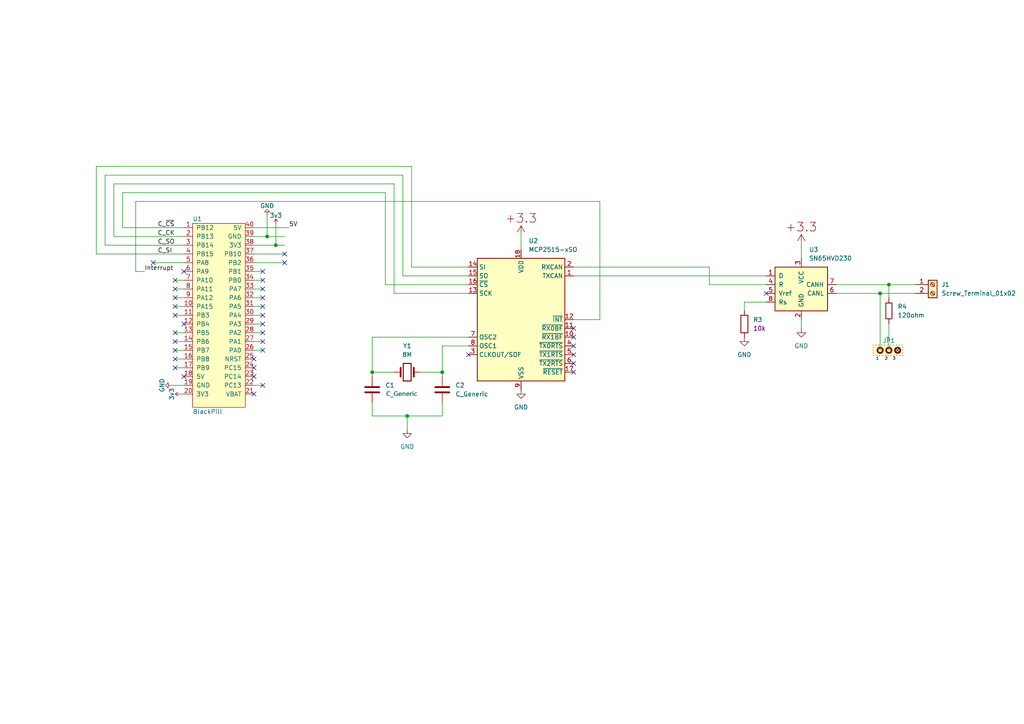
<source format=kicad_sch>
(kicad_sch (version 20231120) (generator "eeschema") (generator_version "8.0")
  (paper "A4")
  (title_block (date "2025-01-29") (rev "STM32-CAN"))
  (lib_symbols
    (symbol "Connector:Screw_Terminal_01x02" (pin_names (offset 1.016) hide)
      (property "Reference" "J" (at 0 2.54 0))
      (property "Value" "Screw_Terminal_01x02" (at 0 -5.08 0))
      (symbol "Screw_Terminal_01x02_1_1"
        (rectangle (start -1.27 1.27) (end 1.27 -3.81) (stroke (width 0.254)) (fill (type background)))
        (circle (center 0 -2.54) (radius 0.635) (stroke (width 0.1524)))
        (polyline (pts (xy -0.5334 -2.2098) (xy 0.3302 -3.048)) (stroke (width 0.1524)))
        (polyline (pts (xy -0.5334 0.3302) (xy 0.3302 -0.508)) (stroke (width 0.1524)))
        (polyline (pts (xy -0.3556 -2.032) (xy 0.508 -2.8702)) (stroke (width 0.1524)))
        (polyline (pts (xy -0.3556 0.508) (xy 0.508 -0.3302)) (stroke (width 0.1524)))
        (circle (center 0 0) (radius 0.635) (stroke (width 0.1524)))
        (pin passive line (at -5.08 0 0) (length 3.81) (name "Pin_1") (number "1"))
        (pin passive line (at -5.08 -2.54 0) (length 3.81) (name "Pin_2") (number "2"))
      )
    )
    (symbol "Device:Crystal" (pin_numbers hide) (pin_names (offset 1.016) hide)
      (property "Reference" "Y" (at 0 3.81 0))
      (property "Value" "Crystal" (at 0 -3.81 0))
      (symbol "Crystal_0_1"
        (rectangle (start -1.143 2.54) (end 1.143 -2.54) (stroke (width 0.3048)))
        (polyline (pts (xy -2.54 0) (xy -1.905 0)))
        (polyline (pts (xy -1.905 -1.27) (xy -1.905 1.27)) (stroke (width 0.508)))
        (polyline (pts (xy 1.905 -1.27) (xy 1.905 1.27)) (stroke (width 0.508)))
        (polyline (pts (xy 2.54 0) (xy 1.905 0)))
      )
      (symbol "Crystal_1_1"
        (pin passive line (at -3.81 0 0) (length 1.27) (name "1") (number "1"))
        (pin passive line (at 3.81 0 180) (length 1.27) (name "2") (number "2"))
      )
    )
    (symbol "GND_1" (power) (pin_numbers hide) (pin_names (offset 0) hide)
      (property "Value" "GND" (at 0 -3.81 0))
      (symbol "GND_1_0_1"
        (polyline (pts (xy 0 0) (xy 0 -1.27) (xy 1.27 -1.27) (xy 0 -2.54) (xy -1.27 -1.27) (xy 0 -1.27)))
      )
      (symbol "GND_1_1_1"
        (pin power_in line (at 0 0 270) (length 0) (name "~") (number "1"))
      )
    )
    (symbol "Interface_CAN_LIN:MCP2515-xSO"
      (property "Reference" "U" (at -10.16 19.685 0))
      (property "Value" "MCP2515-xSO" (at 19.05 20.32 0))
      (symbol "MCP2515-xSO_0_1"
        (rectangle (start -12.7 17.78) (end 12.7 -17.78) (stroke (width 0.254)) (fill (type background)))
      )
      (symbol "MCP2515-xSO_1_1"
        (pin output line (at 15.24 12.7 180) (length 2.54) (name "TXCAN") (number "1"))
        (pin output line (at 15.24 -5.08 180) (length 2.54) (name "~{RX1BF}") (number "10"))
        (pin output line (at 15.24 -2.54 180) (length 2.54) (name "~{RX0BF}") (number "11"))
        (pin output line (at 15.24 0 180) (length 2.54) (name "~{INT}") (number "12"))
        (pin input line (at -15.24 7.62 0) (length 2.54) (name "SCK") (number "13"))
        (pin input line (at -15.24 15.24 0) (length 2.54) (name "SI") (number "14"))
        (pin output line (at -15.24 12.7 0) (length 2.54) (name "SO") (number "15"))
        (pin input line (at -15.24 10.16 0) (length 2.54) (name "~{CS}") (number "16"))
        (pin input line (at 15.24 -15.24 180) (length 2.54) (name "~{RESET}") (number "17"))
        (pin power_in line (at 0 20.32 270) (length 2.54) (name "VDD") (number "18"))
        (pin input line (at 15.24 15.24 180) (length 2.54) (name "RXCAN") (number "2"))
        (pin output line (at -15.24 -10.16 0) (length 2.54) (name "CLKOUT/SOF") (number "3"))
        (pin input line (at 15.24 -7.62 180) (length 2.54) (name "~{TX0RTS}") (number "4"))
        (pin input line (at 15.24 -10.16 180) (length 2.54) (name "~{TX1RTS}") (number "5"))
        (pin input line (at 15.24 -12.7 180) (length 2.54) (name "~{TX2RTS}") (number "6"))
        (pin output line (at -15.24 -5.08 0) (length 2.54) (name "OSC2") (number "7"))
        (pin input line (at -15.24 -7.62 0) (length 2.54) (name "OSC1") (number "8"))
        (pin power_in line (at 0 -20.32 90) (length 2.54) (name "VSS") (number "9"))
      )
    )
    (symbol "Interface_CAN_LIN:SN65HVD230" (pin_names (offset 1.016))
      (property "Reference" "U" (at -2.54 10.16 0))
      (property "Value" "SN65HVD230" (at -2.54 7.62 0))
      (symbol "SN65HVD230_0_1"
        (rectangle (start -7.62 5.08) (end 7.62 -7.62) (stroke (width 0.254)) (fill (type background)))
      )
      (symbol "SN65HVD230_1_1"
        (pin input line (at -10.16 2.54 0) (length 2.54) (name "D") (number "1"))
        (pin power_in line (at 0 -10.16 90) (length 2.54) (name "GND") (number "2"))
        (pin power_in line (at 0 7.62 270) (length 2.54) (name "VCC") (number "3"))
        (pin output line (at -10.16 0 0) (length 2.54) (name "R") (number "4"))
        (pin output line (at -10.16 -2.54 0) (length 2.54) (name "Vref") (number "5"))
        (pin bidirectional line (at 10.16 -2.54 180) (length 2.54) (name "CANL") (number "6"))
        (pin bidirectional line (at 10.16 0 180) (length 2.54) (name "CANH") (number "7"))
        (pin input line (at -10.16 -5.08 0) (length 2.54) (name "Rs") (number "8"))
      )
    )
    (symbol "PCM_4ms_Resistor:10k_0402" (pin_numbers hide) (pin_names (offset 0))
      (property "Reference" "R" (at 2.032 0 90))
      (property "Display" "10k" (at 3.81 0 90))
      (symbol "10k_0402_0_1"
        (rectangle (start -1.016 -2.54) (end 1.016 2.54) (stroke (width 0.254)))
      )
      (symbol "10k_0402_1_1"
        (pin passive line (at 0 3.81 270) (length 1.27) (name "~") (number "1"))
        (pin passive line (at 0 -3.81 90) (length 1.27) (name "~") (number "2"))
      )
    )
    (symbol "PCM_Capacitor_AKL:C_Generic" (pin_numbers hide) (pin_names (offset 0.254))
      (property "Reference" "C" (at 3.175 1.27 0))
      (property "Value" "C_Generic" (at 3.175 -1.27 0))
      (symbol "C_Generic_0_1"
        (polyline (pts (xy -2.032 -0.762) (xy 2.032 -0.762)) (stroke (width 0.508)))
        (polyline (pts (xy -2.032 0.762) (xy 2.032 0.762)) (stroke (width 0.508)))
      )
      (symbol "C_Generic_0_2"
        (polyline (pts (xy -2.54 -2.54) (xy -0.381 -0.381)))
        (polyline (pts (xy -0.508 -0.508) (xy -1.651 0.635)) (stroke (width 0.508)))
        (polyline (pts (xy -0.508 -0.508) (xy 0.635 -1.651)) (stroke (width 0.508)))
        (polyline (pts (xy 0.381 0.381) (xy 2.54 2.54)))
        (polyline (pts (xy 0.508 0.508) (xy -0.635 1.651)) (stroke (width 0.508)))
        (polyline (pts (xy 0.508 0.508) (xy 1.651 -0.635)) (stroke (width 0.508)))
      )
      (symbol "C_Generic_1_1"
        (pin passive line (at 0 3.81 270) (length 2.794) (name "~") (number "1"))
        (pin passive line (at 0 -3.81 90) (length 2.794) (name "~") (number "2"))
      )
      (symbol "C_Generic_1_2"
        (pin passive line (at 2.54 2.54 270) (length 0) (name "~") (number "1"))
        (pin passive line (at -2.54 -2.54 90) (length 0) (name "~") (number "2"))
      )
    )
    (symbol "PCM_Generic:P,+3.3" (power) (pin_numbers hide) (pin_names (offset 1.27) hide)
      (symbol "P,+3.3_1_1"
        (polyline (pts (xy 0 0) (xy 0 1.8288)))
        (polyline (pts (xy -1.0668 0) (xy 0 1.8288) (xy 1.0668 0)))
        (text "+3.3" (at 0 2.54 0) (effects (font (size 2.54 2.54)) (justify bottom)))
        (pin power_in line (at 0 0 0) (length 0) hide (name "+3.3") (number "0"))
      )
    )
    (symbol "PCM_Nuova-Elettronica-Jumpers:Jumper_3_Unbridged" (pin_numbers hide)
      (property "Reference" "JP" (at 0 2.794 0))
      (symbol "Jumper_3_Unbridged_1_1"
        (rectangle (start -4.572 1.524) (end 4.064 -1.524) (stroke (width 0.2) (type dot)) (fill (type background)))
        (circle (center -2.54 0) (radius 0.762) (stroke (width 0.5)))
        (circle (center 0 0) (radius 0.762) (stroke (width 0.5)))
        (circle (center 2.54 0) (radius 0.762) (stroke (width 0.5)))
        (text "1" (at -3.302 -2.286 0) (effects (font (size 0.8 0.8))))
        (text "2" (at -0.762 -2.286 0) (effects (font (size 0.8 0.8))))
        (text "3" (at 1.524 -2.286 0) (effects (font (size 0.8 0.8))))
        (pin passive line (at -2.54 0 0) (length 0) (name "~") (number "1"))
        (pin passive line (at 0 0 180) (length 0) (name "~") (number "2"))
        (pin passive line (at 2.54 0 180) (length 0) (name "~") (number "3"))
      )
    )
    (symbol "PCM_SL_Resistors:120ohm"
      (property "Reference" "R" (at 0 5.08 0))
      (property "Value" "120ohm" (at 0 2.54 0))
      (symbol "120ohm_0_1"
        (rectangle (start -2.286 0.889) (end 2.286 -0.889) (stroke (width 0.24)))
      )
      (symbol "120ohm_1_1"
        (pin passive line (at -3.81 0 0) (length 1.5) (name "") (number "1"))
        (pin passive line (at 3.81 0 180) (length 1.5) (name "~") (number "2"))
      )
    )
    (symbol "blackpill:BlackPill" (pin_names (offset 1.016))
      (property "Reference" "IC" (at -7.62 27.94 0))
      (property "Value" "BlackPill" (at -7.62 -27.94 0))
      (symbol "BlackPill_0_0"
        (pin bidirectional line (at -10.16 25.4 0) (length 2.54) (name "PB12") (number "1"))
        (pin bidirectional line (at -10.16 2.54 0) (length 2.54) (name "PA15") (number "10"))
        (pin bidirectional line (at -10.16 0 0) (length 2.54) (name "PB3") (number "11"))
        (pin bidirectional line (at -10.16 -2.54 0) (length 2.54) (name "PB4") (number "12"))
        (pin bidirectional line (at -10.16 -5.08 0) (length 2.54) (name "PB5") (number "13"))
        (pin bidirectional line (at -10.16 -7.62 0) (length 2.54) (name "PB6") (number "14"))
        (pin bidirectional line (at -10.16 -10.16 0) (length 2.54) (name "PB7") (number "15"))
        (pin bidirectional line (at -10.16 -12.7 0) (length 2.54) (name "PB8") (number "16"))
        (pin bidirectional line (at -10.16 -15.24 0) (length 2.54) (name "PB9") (number "17"))
        (pin passive line (at -10.16 -17.78 0) (length 2.54) (name "5V") (number "18"))
        (pin passive line (at -10.16 -20.32 0) (length 2.54) (name "GND") (number "19"))
        (pin bidirectional line (at -10.16 22.86 0) (length 2.54) (name "PB13") (number "2"))
        (pin passive line (at -10.16 -22.86 0) (length 2.54) (name "3V3") (number "20"))
        (pin power_in line (at 10.16 -22.86 180) (length 2.54) (name "VBAT") (number "21"))
        (pin bidirectional line (at 10.16 -20.32 180) (length 2.54) (name "PC13") (number "22"))
        (pin bidirectional line (at 10.16 -17.78 180) (length 2.54) (name "PC14") (number "23"))
        (pin bidirectional line (at 10.16 -15.24 180) (length 2.54) (name "PC15") (number "24"))
        (pin input line (at 10.16 -12.7 180) (length 2.54) (name "NRST") (number "25"))
        (pin bidirectional line (at 10.16 -10.16 180) (length 2.54) (name "PA0") (number "26"))
        (pin bidirectional line (at 10.16 -7.62 180) (length 2.54) (name "PA1") (number "27"))
        (pin bidirectional line (at 10.16 -5.08 180) (length 2.54) (name "PA2") (number "28"))
        (pin bidirectional line (at 10.16 -2.54 180) (length 2.54) (name "PA3") (number "29"))
        (pin bidirectional line (at -10.16 20.32 0) (length 2.54) (name "PB14") (number "3"))
        (pin bidirectional line (at 10.16 0 180) (length 2.54) (name "PA4") (number "30"))
        (pin bidirectional line (at 10.16 2.54 180) (length 2.54) (name "PA5") (number "31"))
        (pin bidirectional line (at 10.16 5.08 180) (length 2.54) (name "PA6") (number "32"))
        (pin bidirectional line (at 10.16 7.62 180) (length 2.54) (name "PA7") (number "33"))
        (pin bidirectional line (at 10.16 10.16 180) (length 2.54) (name "PB0") (number "34"))
        (pin bidirectional line (at 10.16 12.7 180) (length 2.54) (name "PB1") (number "35"))
        (pin bidirectional line (at 10.16 15.24 180) (length 2.54) (name "PB2") (number "36"))
        (pin bidirectional line (at 10.16 17.78 180) (length 2.54) (name "PB10") (number "37"))
        (pin power_out line (at 10.16 20.32 180) (length 2.54) (name "3V3") (number "38"))
        (pin power_out line (at 10.16 22.86 180) (length 2.54) (name "GND") (number "39"))
        (pin bidirectional line (at -10.16 17.78 0) (length 2.54) (name "PB15") (number "4"))
        (pin passive line (at 10.16 25.4 180) (length 2.54) (name "5V") (number "40"))
        (pin bidirectional line (at -10.16 15.24 0) (length 2.54) (name "PA8") (number "5"))
        (pin bidirectional line (at -10.16 12.7 0) (length 2.54) (name "PA9") (number "6"))
        (pin bidirectional line (at -10.16 10.16 0) (length 2.54) (name "PA10") (number "7"))
        (pin bidirectional line (at -10.16 7.62 0) (length 2.54) (name "PA11") (number "8"))
        (pin bidirectional line (at -10.16 5.08 0) (length 2.54) (name "PA12") (number "9"))
      )
      (symbol "BlackPill_0_1"
        (rectangle (start -7.62 26.67) (end 7.62 -26.67) (fill (type background)))
      )
    )
    (symbol "power:3v3" (power) (pin_numbers hide) (pin_names (offset 1.016) hide)
      (property "Value" "3v3" (at 0 2.286 0))
      (symbol "3v3_0_1"
        (polyline (pts (xy 0 1.27) (xy 0.508 0.508)))
        (polyline (pts (xy 0 0) (xy 0 1.27) (xy -0.508 0.508)))
      )
      (symbol "3v3_1_1"
        (pin power_in line (at 0 0 180) (length 0) hide (name "3v3") (number "1"))
      )
    )
    (symbol "power:GND" (power) (pin_numbers hide) (pin_names (offset 1.016) hide)
      (property "Value" "GND" (at 0 -2.54 0))
      (symbol "GND_0_1"
        (polyline (pts (xy 0 0) (xy 0 -0.762)))
        (polyline (pts (xy -0.762 -0.762) (xy 0.762 -0.762) (xy 0 -1.524) (xy -0.762 -0.762)) (fill (type background)))
      )
      (symbol "GND_1_1"
        (pin power_in line (at 0 0 180) (length 0) hide (name "GND") (number "1"))
      )
    )
  )
  (junction (at 128.27 107.95))
  (junction (at 107.95 107.95))
  (junction (at 80.01 71.12))
  (junction (at 255.27 85.09))
  (junction (at 118.11 120.65))
  (junction (at 257.81 82.55))
  (junction (at 77.47 68.58))
  (no_connect (at 166.37 107.95))
  (no_connect (at 76.2 88.9))
  (no_connect (at 76.2 99.06))
  (no_connect (at 166.37 97.79))
  (no_connect (at 76.2 96.52))
  (no_connect (at 82.55 73.66))
  (no_connect (at 166.37 105.41))
  (no_connect (at 73.66 104.14))
  (no_connect (at 50.8 101.6))
  (no_connect (at 76.2 86.36))
  (no_connect (at 73.66 114.3))
  (no_connect (at 76.2 91.44))
  (no_connect (at 166.37 102.87))
  (no_connect (at 44.45 76.2))
  (no_connect (at 73.66 109.22))
  (no_connect (at 50.8 81.28))
  (no_connect (at 135.89 102.87))
  (no_connect (at 82.55 76.2))
  (no_connect (at 76.2 111.76))
  (no_connect (at 50.8 106.68))
  (no_connect (at 50.8 88.9))
  (no_connect (at 53.34 78.74))
  (no_connect (at 50.8 83.82))
  (no_connect (at 53.34 93.98))
  (no_connect (at 166.37 100.33))
  (no_connect (at 166.37 95.25))
  (no_connect (at 260.35 101.6))
  (no_connect (at 76.2 81.28))
  (no_connect (at 73.66 106.68))
  (no_connect (at 76.2 83.82))
  (no_connect (at 76.2 101.6))
  (no_connect (at 50.8 96.52))
  (no_connect (at 50.8 104.14))
  (no_connect (at 76.2 78.74))
  (no_connect (at 76.2 93.98))
  (no_connect (at 53.34 109.22))
  (no_connect (at 50.8 99.06))
  (no_connect (at 50.8 91.44))
  (no_connect (at 222.25 85.09))
  (no_connect (at 50.8 86.36))
  (wire (pts (xy 116.84 80.01) (xy 116.84 50.8)))
  (wire (pts (xy 173.99 92.71) (xy 173.99 58.42)))
  (wire (pts (xy 119.38 48.26) (xy 119.38 77.47)))
  (wire (pts (xy 27.94 73.66) (xy 53.34 73.66)))
  (wire (pts (xy 80.01 64.77) (xy 80.01 71.12)))
  (wire (pts (xy 166.37 80.01) (xy 222.25 80.01)))
  (wire (pts (xy 35.56 66.04) (xy 35.56 55.88)))
  (wire (pts (xy 107.95 97.79) (xy 135.89 97.79)))
  (wire (pts (xy 73.66 88.9) (xy 76.2 88.9)))
  (wire (pts (xy 135.89 80.01) (xy 116.84 80.01)))
  (wire (pts (xy 128.27 120.65) (xy 128.27 116.84)))
  (wire (pts (xy 166.37 77.47) (xy 205.74 77.47)))
  (wire (pts (xy 242.57 82.55) (xy 257.81 82.55)))
  (wire (pts (xy 39.37 58.42) (xy 39.37 78.74)))
  (wire (pts (xy 135.89 100.33) (xy 128.27 100.33)))
  (wire (pts (xy 53.34 111.76) (xy 49.53 111.76)))
  (wire (pts (xy 118.11 120.65) (xy 128.27 120.65)))
  (wire (pts (xy 27.94 73.66) (xy 27.94 48.26)))
  (wire (pts (xy 107.95 116.84) (xy 107.95 120.65)))
  (wire (pts (xy 27.94 48.26) (xy 119.38 48.26)))
  (wire (pts (xy 257.81 82.55) (xy 265.43 82.55)))
  (wire (pts (xy 151.13 67.31) (xy 151.13 72.39)))
  (wire (pts (xy 255.27 85.09) (xy 265.43 85.09)))
  (wire (pts (xy 73.66 86.36) (xy 76.2 86.36)))
  (wire (pts (xy 215.9 90.17) (xy 215.9 87.63)))
  (wire (pts (xy 73.66 68.58) (xy 77.47 68.58)))
  (wire (pts (xy 119.38 77.47) (xy 135.89 77.47)))
  (wire (pts (xy 50.8 91.44) (xy 53.34 91.44)))
  (wire (pts (xy 111.76 82.55) (xy 135.89 82.55)))
  (wire (pts (xy 50.8 99.06) (xy 53.34 99.06)))
  (wire (pts (xy 107.95 107.95) (xy 107.95 97.79)))
  (wire (pts (xy 257.81 82.55) (xy 257.81 86.36)))
  (wire (pts (xy 30.48 71.12) (xy 53.34 71.12)))
  (wire (pts (xy 50.8 101.6) (xy 53.34 101.6)))
  (wire (pts (xy 173.99 58.42) (xy 39.37 58.42)))
  (wire (pts (xy 50.8 106.68) (xy 53.34 106.68)))
  (wire (pts (xy 114.3 53.34) (xy 114.3 85.09)))
  (wire (pts (xy 33.02 68.58) (xy 53.34 68.58)))
  (wire (pts (xy 114.3 85.09) (xy 135.89 85.09)))
  (wire (pts (xy 73.66 73.66) (xy 82.55 73.66)))
  (wire (pts (xy 50.8 86.36) (xy 53.34 86.36)))
  (wire (pts (xy 107.95 109.22) (xy 107.95 107.95)))
  (wire (pts (xy 215.9 87.63) (xy 222.25 87.63)))
  (wire (pts (xy 80.01 71.12) (xy 82.55 71.12)))
  (wire (pts (xy 111.76 55.88) (xy 111.76 82.55)))
  (wire (pts (xy 73.66 78.74) (xy 76.2 78.74)))
  (wire (pts (xy 73.66 71.12) (xy 80.01 71.12)))
  (wire (pts (xy 107.95 107.95) (xy 114.3 107.95)))
  (wire (pts (xy 39.37 78.74) (xy 41.91 78.74)))
  (wire (pts (xy 50.8 104.14) (xy 53.34 104.14)))
  (wire (pts (xy 255.27 85.09) (xy 255.27 101.6)))
  (wire (pts (xy 30.48 50.8) (xy 30.48 71.12)))
  (wire (pts (xy 73.66 101.6) (xy 76.2 101.6)))
  (wire (pts (xy 128.27 100.33) (xy 128.27 107.95)))
  (wire (pts (xy 118.11 120.65) (xy 118.11 124.46)))
  (wire (pts (xy 77.47 62.23) (xy 77.47 68.58)))
  (wire (pts (xy 50.8 96.52) (xy 53.34 96.52)))
  (wire (pts (xy 107.95 120.65) (xy 118.11 120.65)))
  (wire (pts (xy 73.66 66.04) (xy 83.82 66.04)))
  (wire (pts (xy 33.02 53.34) (xy 114.3 53.34)))
  (wire (pts (xy 242.57 85.09) (xy 255.27 85.09)))
  (wire (pts (xy 50.8 83.82) (xy 53.34 83.82)))
  (wire (pts (xy 257.81 93.98) (xy 257.81 101.6)))
  (wire (pts (xy 232.41 69.85) (xy 232.41 74.93)))
  (wire (pts (xy 50.8 88.9) (xy 53.34 88.9)))
  (wire (pts (xy 76.2 111.76) (xy 73.66 111.76)))
  (wire (pts (xy 73.66 96.52) (xy 76.2 96.52)))
  (wire (pts (xy 35.56 66.04) (xy 53.34 66.04)))
  (wire (pts (xy 52.07 114.3) (xy 53.34 114.3)))
  (wire (pts (xy 73.66 99.06) (xy 76.2 99.06)))
  (wire (pts (xy 33.02 68.58) (xy 33.02 53.34)))
  (wire (pts (xy 35.56 55.88) (xy 111.76 55.88)))
  (wire (pts (xy 121.92 107.95) (xy 128.27 107.95)))
  (wire (pts (xy 50.8 81.28) (xy 53.34 81.28)))
  (wire (pts (xy 205.74 82.55) (xy 222.25 82.55)))
  (wire (pts (xy 232.41 92.71) (xy 232.41 95.25)))
  (wire (pts (xy 73.66 91.44) (xy 76.2 91.44)))
  (wire (pts (xy 205.74 77.47) (xy 205.74 82.55)))
  (wire (pts (xy 116.84 50.8) (xy 30.48 50.8)))
  (wire (pts (xy 73.66 81.28) (xy 76.2 81.28)))
  (wire (pts (xy 73.66 76.2) (xy 82.55 76.2)))
  (wire (pts (xy 77.47 68.58) (xy 82.55 68.58)))
  (wire (pts (xy 73.66 83.82) (xy 76.2 83.82)))
  (wire (pts (xy 44.45 76.2) (xy 53.34 76.2)))
  (wire (pts (xy 73.66 93.98) (xy 76.2 93.98)))
  (wire (pts (xy 166.37 92.71) (xy 173.99 92.71)))
  (wire (pts (xy 128.27 107.95) (xy 128.27 109.22)))
  (label "C_~{CS}" (at 45.72 66.04 0))
  (label "C_SO" (at 45.72 71.12 0))
  (label "C_CK" (at 45.72 68.58 0))
  (label "5V" (at 83.82 66.04 0))
  (label "C_SI" (at 45.72 73.66 0))
  (label "Interrupt" (at 41.91 78.74 0))
  (symbol (lib_id "PCM_Capacitor_AKL:C_Generic") (at 128.27 113.03 0) (unit 1)
    (property "Reference" "C2" (at 132.08 111.7599 0) (effects (justify left)))
    (property "Value" "C_Generic" (at 132.08 114.2999 0) (effects (justify left)))
    (property "Footprint" "Capacitor_THT:CP_Axial_L10.0mm_D4.5mm_P15.00mm_Horizontal" (effects (hide yes)))
    (property "Description" "Unpolarized capacitor, Generic Symbol, Alternate KiCad Library" (effects (hide yes)))
  )
  (symbol (lib_id "PCM_4ms_Resistor:10k_0402") (at 215.9 93.98 0) (unit 1)
    (property "Reference" "R3" (at 218.44 92.7099 0) (effects (justify left)))
    (property "Value" "10k_0402" (effects (hide yes)))
    (property "Footprint" "Resistor_SMD:R_0402_1005Metric" (effects (hide yes)))
    (property "Description" "10k, 1%, 1/16W, 0603" (effects (hide yes)))
    (property "Specifications" "10k, 1%, 1/10W, 0402" (effects (hide yes)))
    (property "Manufacturer" "Yageo" (effects (hide yes)))
    (property "Part Number" "RT0402FRE0710KL" (effects (hide yes)))
    (property "Display" "10k" (at 218.44 95.2499 0) (effects (justify left)))
    (property "Manufacturer 2" "Yageo" (effects (hide yes)))
    (property "Part Number 2" "RT0402DRE0710KL" (effects (hide yes)))
  )
  (symbol (lib_id "Device:Crystal") (at 118.11 107.95 0) (unit 1)
    (property "Reference" "Y1" (at 118.11 100.33 0))
    (property "Value" "8M" (at 118.11 102.87 0))
    (property "Footprint" "PCM_Crystal_AKL:Crystal_AT310_D3.0mm_L10.0mm_Horizontal" (effects (hide yes)))
    (property "Description" "Two pin crystal" (effects (hide yes)))
  )
  (symbol (lib_id "PCM_SL_Resistors:120ohm") (at 257.81 90.17 90) (unit 1)
    (property "Reference" "R4" (at 260.35 88.8999 90) (effects (justify right)))
    (property "Value" "120ohm" (at 260.35 91.4399 90) (effects (justify right)))
    (property "Footprint" "Resistor_THT:R_Axial_DIN0207_L6.3mm_D2.5mm_P10.16mm_Horizontal" (effects (hide yes)))
    (property "Description" "120Ω, 1/4W Resistor" (effects (hide yes)))
  )
  (symbol (lib_name "GND_1") (lib_id "power:GND") (at 151.13 113.03 0) (unit 1)
    (property "Reference" "#PWR05" (effects (hide yes)))
    (property "Value" "GND" (at 151.13 118.11 0))
    (property "Description" "Power symbol creates a global label with name \"GND\" , ground" (effects (hide yes)))
  )
  (symbol (lib_id "PCM_Capacitor_AKL:C_Generic") (at 107.95 113.03 0) (unit 1)
    (property "Reference" "C1" (at 111.76 111.7599 0) (effects (justify left)))
    (property "Value" "C_Generic" (at 111.76 114.2999 0) (effects (justify left)))
    (property "Footprint" "Capacitor_THT:CP_Axial_L10.0mm_D4.5mm_P15.00mm_Horizontal" (effects (hide yes)))
    (property "Description" "Unpolarized capacitor, Generic Symbol, Alternate KiCad Library" (effects (hide yes)))
  )
  (symbol (lib_id "Interface_CAN_LIN:MCP2515-xSO") (at 151.13 92.71 0) (unit 1)
    (property "Reference" "U2" (at 153.3241 69.85 0) (effects (justify left)))
    (property "Value" "MCP2515-xSO" (at 153.3241 72.39 0) (effects (justify left)))
    (property "Footprint" "Package_SO:SOIC-18W_7.5x11.6mm_P1.27mm" (effects (hide yes)))
    (property "Datasheet" "http://ww1.microchip.com/downloads/en/DeviceDoc/21801e.pdf" (effects (hide yes)))
    (property "Description" "Stand-Alone CAN Controller with SPI Interface, SOIC-18" (effects (hide yes)))
  )
  (symbol (lib_id "power:GND") (at 77.47 62.23 180) (unit 1)
    (property "Reference" "#PWR03" (effects (hide yes)))
    (property "Value" "GND" (at 77.47 59.69 0))
  )
  (symbol (lib_id "power:3v3") (at 80.01 64.77 0) (unit 1)
    (property "Reference" "#PWR04" (effects (hide yes)))
    (property "Value" "3v3" (at 80.01 62.484 0))
  )
  (symbol (lib_id "Connector:Screw_Terminal_01x02") (at 270.51 82.55 0) (unit 1)
    (property "Reference" "J1" (at 273.05 82.5499 0) (effects (justify left)))
    (property "Value" "Screw_Terminal_01x02" (at 273.05 85.0899 0) (effects (justify left)))
    (property "Description" "Generic screw terminal, single row, 01x02, script generated (kicad-library-utils/schlib/autogen/connector/)" (effects (hide yes)))
  )
  (symbol (lib_name "GND_1") (lib_id "power:GND") (at 215.9 97.79 0) (unit 1)
    (property "Reference" "#PWR08" (effects (hide yes)))
    (property "Value" "GND" (at 215.9 102.87 0))
    (property "Description" "Power symbol creates a global label with name \"GND\" , ground" (effects (hide yes)))
  )
  (symbol (lib_id "Interface_CAN_LIN:SN65HVD230") (at 232.41 82.55 0) (unit 1)
    (property "Reference" "U3" (at 234.6041 72.39 0) (effects (justify left)))
    (property "Value" "SN65HVD230" (at 234.6041 74.93 0) (effects (justify left)))
    (property "Footprint" "Package_SO:SOIC-8_3.9x4.9mm_P1.27mm" (effects (hide yes)))
    (property "Datasheet" "http://www.ti.com/lit/ds/symlink/sn65hvd230.pdf" (effects (hide yes)))
    (property "Description" "CAN Bus Transceivers, 3.3V, 1Mbps, Low-Power capabilities, SOIC-8" (effects (hide yes)))
  )
  (symbol (lib_name "GND_1") (lib_id "power:GND") (at 118.11 124.46 0) (unit 1)
    (property "Reference" "#PWR07" (effects (hide yes)))
    (property "Value" "GND" (at 118.11 129.54 0))
    (property "Description" "Power symbol creates a global label with name \"GND\" , ground" (effects (hide yes)))
  )
  (symbol (lib_id "PCM_Generic:P,+3.3") (at 151.13 67.31 0) (unit 1)
    (property "Reference" "#PWR06" (effects (hide yes)))
    (property "Value" "P,+3.3" (effects (hide yes)))
    (property "Description" "+3.3 positive potential/voltage (global DC power supply node)" (effects (hide yes)))
  )
  (symbol (lib_id "blackpill:BlackPill") (at 63.5 91.44 0) (unit 1)
    (property "Reference" "U1" (at 55.88 63.5 0) (effects (justify left)))
    (property "Value" "BlackPill" (at 55.88 119.38 0) (effects (justify left)))
  )
  (symbol (lib_id "power:GND") (at 49.53 111.76 270) (unit 1)
    (property "Reference" "#PWR01" (effects (hide yes)))
    (property "Value" "GND" (at 46.99 111.76 0))
  )
  (symbol (lib_id "power:3v3") (at 52.07 114.3 90) (unit 1)
    (property "Reference" "#PWR02" (effects (hide yes)))
    (property "Value" "3v3" (at 49.784 114.3 0))
  )
  (symbol (lib_id "PCM_Nuova-Elettronica-Jumpers:Jumper_3_Unbridged") (at 257.81 101.6 0) (unit 1)
    (property "Reference" "JP1" (at 257.81 98.806 0))
    (property "Value" "~" (at 257.556 97.79 0))
  )
  (symbol (lib_id "PCM_Generic:P,+3.3") (at 232.41 69.85 0) (unit 1)
    (property "Reference" "#PWR012" (effects (hide yes)))
    (property "Value" "P,+3.3" (effects (hide yes)))
    (property "Description" "+3.3 positive potential/voltage (global DC power supply node)" (effects (hide yes)))
  )
  (symbol (lib_name "GND_1") (lib_id "power:GND") (at 232.41 95.25 0) (unit 1)
    (property "Reference" "#PWR09" (effects (hide yes)))
    (property "Value" "GND" (at 232.41 100.33 0))
    (property "Description" "Power symbol creates a global label with name \"GND\" , ground" (effects (hide yes)))
  )
)
</source>
